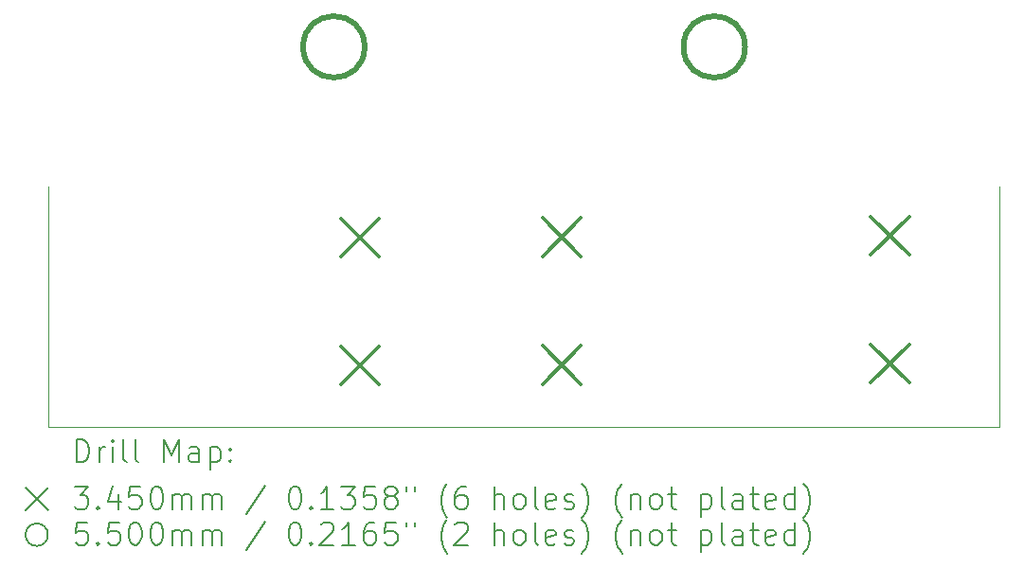
<source format=gbr>
%FSLAX45Y45*%
G04 Gerber Fmt 4.5, Leading zero omitted, Abs format (unit mm)*
G04 Created by KiCad (PCBNEW (5.99.0-12896-g1860893d63)) date 2021-12-10 21:36:47*
%MOMM*%
%LPD*%
G01*
G04 APERTURE LIST*
%TA.AperFunction,Profile*%
%ADD10C,0.120000*%
%TD*%
%ADD11C,0.200000*%
%ADD12C,0.345000*%
%ADD13C,0.550000*%
G04 APERTURE END LIST*
D10*
X9059600Y-8200000D02*
X17559600Y-8200000D01*
X9059600Y-6052600D02*
X9059600Y-8200000D01*
X17559600Y-6052600D02*
X17559600Y-8200000D01*
D11*
D12*
X11669300Y-6337280D02*
X12014300Y-6682280D01*
X12014300Y-6337280D02*
X11669300Y-6682280D01*
X11669300Y-7480280D02*
X12014300Y-7825280D01*
X12014300Y-7480280D02*
X11669300Y-7825280D01*
X13472700Y-6332680D02*
X13817700Y-6677680D01*
X13817700Y-6332680D02*
X13472700Y-6677680D01*
X13472700Y-7475680D02*
X13817700Y-7820680D01*
X13817700Y-7475680D02*
X13472700Y-7820680D01*
X16406400Y-6319500D02*
X16751400Y-6664500D01*
X16751400Y-6319500D02*
X16406400Y-6664500D01*
X16406400Y-7462500D02*
X16751400Y-7807500D01*
X16751400Y-7462500D02*
X16406400Y-7807500D01*
D13*
X11884600Y-4802600D02*
G75*
G03*
X11884600Y-4802600I-275000J0D01*
G01*
X15284600Y-4802600D02*
G75*
G03*
X15284600Y-4802600I-275000J0D01*
G01*
D11*
X9311219Y-8516476D02*
X9311219Y-8316476D01*
X9358838Y-8316476D01*
X9387410Y-8326000D01*
X9406457Y-8345048D01*
X9415981Y-8364095D01*
X9425505Y-8402190D01*
X9425505Y-8430762D01*
X9415981Y-8468857D01*
X9406457Y-8487905D01*
X9387410Y-8506952D01*
X9358838Y-8516476D01*
X9311219Y-8516476D01*
X9511219Y-8516476D02*
X9511219Y-8383143D01*
X9511219Y-8421238D02*
X9520743Y-8402190D01*
X9530267Y-8392667D01*
X9549314Y-8383143D01*
X9568362Y-8383143D01*
X9635029Y-8516476D02*
X9635029Y-8383143D01*
X9635029Y-8316476D02*
X9625505Y-8326000D01*
X9635029Y-8335524D01*
X9644552Y-8326000D01*
X9635029Y-8316476D01*
X9635029Y-8335524D01*
X9758838Y-8516476D02*
X9739790Y-8506952D01*
X9730267Y-8487905D01*
X9730267Y-8316476D01*
X9863600Y-8516476D02*
X9844552Y-8506952D01*
X9835029Y-8487905D01*
X9835029Y-8316476D01*
X10092171Y-8516476D02*
X10092171Y-8316476D01*
X10158838Y-8459333D01*
X10225505Y-8316476D01*
X10225505Y-8516476D01*
X10406457Y-8516476D02*
X10406457Y-8411714D01*
X10396933Y-8392667D01*
X10377886Y-8383143D01*
X10339790Y-8383143D01*
X10320743Y-8392667D01*
X10406457Y-8506952D02*
X10387410Y-8516476D01*
X10339790Y-8516476D01*
X10320743Y-8506952D01*
X10311219Y-8487905D01*
X10311219Y-8468857D01*
X10320743Y-8449810D01*
X10339790Y-8440286D01*
X10387410Y-8440286D01*
X10406457Y-8430762D01*
X10501695Y-8383143D02*
X10501695Y-8583143D01*
X10501695Y-8392667D02*
X10520743Y-8383143D01*
X10558838Y-8383143D01*
X10577886Y-8392667D01*
X10587410Y-8402190D01*
X10596933Y-8421238D01*
X10596933Y-8478381D01*
X10587410Y-8497429D01*
X10577886Y-8506952D01*
X10558838Y-8516476D01*
X10520743Y-8516476D01*
X10501695Y-8506952D01*
X10682648Y-8497429D02*
X10692171Y-8506952D01*
X10682648Y-8516476D01*
X10673124Y-8506952D01*
X10682648Y-8497429D01*
X10682648Y-8516476D01*
X10682648Y-8392667D02*
X10692171Y-8402190D01*
X10682648Y-8411714D01*
X10673124Y-8402190D01*
X10682648Y-8392667D01*
X10682648Y-8411714D01*
X8853600Y-8746000D02*
X9053600Y-8946000D01*
X9053600Y-8746000D02*
X8853600Y-8946000D01*
X9292171Y-8736476D02*
X9415981Y-8736476D01*
X9349314Y-8812667D01*
X9377886Y-8812667D01*
X9396933Y-8822190D01*
X9406457Y-8831714D01*
X9415981Y-8850762D01*
X9415981Y-8898381D01*
X9406457Y-8917429D01*
X9396933Y-8926952D01*
X9377886Y-8936476D01*
X9320743Y-8936476D01*
X9301695Y-8926952D01*
X9292171Y-8917429D01*
X9501695Y-8917429D02*
X9511219Y-8926952D01*
X9501695Y-8936476D01*
X9492171Y-8926952D01*
X9501695Y-8917429D01*
X9501695Y-8936476D01*
X9682648Y-8803143D02*
X9682648Y-8936476D01*
X9635029Y-8726952D02*
X9587410Y-8869810D01*
X9711219Y-8869810D01*
X9882648Y-8736476D02*
X9787410Y-8736476D01*
X9777886Y-8831714D01*
X9787410Y-8822190D01*
X9806457Y-8812667D01*
X9854076Y-8812667D01*
X9873124Y-8822190D01*
X9882648Y-8831714D01*
X9892171Y-8850762D01*
X9892171Y-8898381D01*
X9882648Y-8917429D01*
X9873124Y-8926952D01*
X9854076Y-8936476D01*
X9806457Y-8936476D01*
X9787410Y-8926952D01*
X9777886Y-8917429D01*
X10015981Y-8736476D02*
X10035029Y-8736476D01*
X10054076Y-8746000D01*
X10063600Y-8755524D01*
X10073124Y-8774571D01*
X10082648Y-8812667D01*
X10082648Y-8860286D01*
X10073124Y-8898381D01*
X10063600Y-8917429D01*
X10054076Y-8926952D01*
X10035029Y-8936476D01*
X10015981Y-8936476D01*
X9996933Y-8926952D01*
X9987410Y-8917429D01*
X9977886Y-8898381D01*
X9968362Y-8860286D01*
X9968362Y-8812667D01*
X9977886Y-8774571D01*
X9987410Y-8755524D01*
X9996933Y-8746000D01*
X10015981Y-8736476D01*
X10168362Y-8936476D02*
X10168362Y-8803143D01*
X10168362Y-8822190D02*
X10177886Y-8812667D01*
X10196933Y-8803143D01*
X10225505Y-8803143D01*
X10244552Y-8812667D01*
X10254076Y-8831714D01*
X10254076Y-8936476D01*
X10254076Y-8831714D02*
X10263600Y-8812667D01*
X10282648Y-8803143D01*
X10311219Y-8803143D01*
X10330267Y-8812667D01*
X10339790Y-8831714D01*
X10339790Y-8936476D01*
X10435029Y-8936476D02*
X10435029Y-8803143D01*
X10435029Y-8822190D02*
X10444552Y-8812667D01*
X10463600Y-8803143D01*
X10492171Y-8803143D01*
X10511219Y-8812667D01*
X10520743Y-8831714D01*
X10520743Y-8936476D01*
X10520743Y-8831714D02*
X10530267Y-8812667D01*
X10549314Y-8803143D01*
X10577886Y-8803143D01*
X10596933Y-8812667D01*
X10606457Y-8831714D01*
X10606457Y-8936476D01*
X10996933Y-8726952D02*
X10825505Y-8984095D01*
X11254076Y-8736476D02*
X11273124Y-8736476D01*
X11292171Y-8746000D01*
X11301695Y-8755524D01*
X11311219Y-8774571D01*
X11320743Y-8812667D01*
X11320743Y-8860286D01*
X11311219Y-8898381D01*
X11301695Y-8917429D01*
X11292171Y-8926952D01*
X11273124Y-8936476D01*
X11254076Y-8936476D01*
X11235028Y-8926952D01*
X11225505Y-8917429D01*
X11215981Y-8898381D01*
X11206457Y-8860286D01*
X11206457Y-8812667D01*
X11215981Y-8774571D01*
X11225505Y-8755524D01*
X11235028Y-8746000D01*
X11254076Y-8736476D01*
X11406457Y-8917429D02*
X11415981Y-8926952D01*
X11406457Y-8936476D01*
X11396933Y-8926952D01*
X11406457Y-8917429D01*
X11406457Y-8936476D01*
X11606457Y-8936476D02*
X11492171Y-8936476D01*
X11549314Y-8936476D02*
X11549314Y-8736476D01*
X11530267Y-8765048D01*
X11511219Y-8784095D01*
X11492171Y-8793619D01*
X11673124Y-8736476D02*
X11796933Y-8736476D01*
X11730267Y-8812667D01*
X11758838Y-8812667D01*
X11777886Y-8822190D01*
X11787409Y-8831714D01*
X11796933Y-8850762D01*
X11796933Y-8898381D01*
X11787409Y-8917429D01*
X11777886Y-8926952D01*
X11758838Y-8936476D01*
X11701695Y-8936476D01*
X11682648Y-8926952D01*
X11673124Y-8917429D01*
X11977886Y-8736476D02*
X11882648Y-8736476D01*
X11873124Y-8831714D01*
X11882648Y-8822190D01*
X11901695Y-8812667D01*
X11949314Y-8812667D01*
X11968362Y-8822190D01*
X11977886Y-8831714D01*
X11987409Y-8850762D01*
X11987409Y-8898381D01*
X11977886Y-8917429D01*
X11968362Y-8926952D01*
X11949314Y-8936476D01*
X11901695Y-8936476D01*
X11882648Y-8926952D01*
X11873124Y-8917429D01*
X12101695Y-8822190D02*
X12082648Y-8812667D01*
X12073124Y-8803143D01*
X12063600Y-8784095D01*
X12063600Y-8774571D01*
X12073124Y-8755524D01*
X12082648Y-8746000D01*
X12101695Y-8736476D01*
X12139790Y-8736476D01*
X12158838Y-8746000D01*
X12168362Y-8755524D01*
X12177886Y-8774571D01*
X12177886Y-8784095D01*
X12168362Y-8803143D01*
X12158838Y-8812667D01*
X12139790Y-8822190D01*
X12101695Y-8822190D01*
X12082648Y-8831714D01*
X12073124Y-8841238D01*
X12063600Y-8860286D01*
X12063600Y-8898381D01*
X12073124Y-8917429D01*
X12082648Y-8926952D01*
X12101695Y-8936476D01*
X12139790Y-8936476D01*
X12158838Y-8926952D01*
X12168362Y-8917429D01*
X12177886Y-8898381D01*
X12177886Y-8860286D01*
X12168362Y-8841238D01*
X12158838Y-8831714D01*
X12139790Y-8822190D01*
X12254076Y-8736476D02*
X12254076Y-8774571D01*
X12330267Y-8736476D02*
X12330267Y-8774571D01*
X12625505Y-9012667D02*
X12615981Y-9003143D01*
X12596933Y-8974571D01*
X12587409Y-8955524D01*
X12577886Y-8926952D01*
X12568362Y-8879333D01*
X12568362Y-8841238D01*
X12577886Y-8793619D01*
X12587409Y-8765048D01*
X12596933Y-8746000D01*
X12615981Y-8717429D01*
X12625505Y-8707905D01*
X12787409Y-8736476D02*
X12749314Y-8736476D01*
X12730267Y-8746000D01*
X12720743Y-8755524D01*
X12701695Y-8784095D01*
X12692171Y-8822190D01*
X12692171Y-8898381D01*
X12701695Y-8917429D01*
X12711219Y-8926952D01*
X12730267Y-8936476D01*
X12768362Y-8936476D01*
X12787409Y-8926952D01*
X12796933Y-8917429D01*
X12806457Y-8898381D01*
X12806457Y-8850762D01*
X12796933Y-8831714D01*
X12787409Y-8822190D01*
X12768362Y-8812667D01*
X12730267Y-8812667D01*
X12711219Y-8822190D01*
X12701695Y-8831714D01*
X12692171Y-8850762D01*
X13044552Y-8936476D02*
X13044552Y-8736476D01*
X13130267Y-8936476D02*
X13130267Y-8831714D01*
X13120743Y-8812667D01*
X13101695Y-8803143D01*
X13073124Y-8803143D01*
X13054076Y-8812667D01*
X13044552Y-8822190D01*
X13254076Y-8936476D02*
X13235028Y-8926952D01*
X13225505Y-8917429D01*
X13215981Y-8898381D01*
X13215981Y-8841238D01*
X13225505Y-8822190D01*
X13235028Y-8812667D01*
X13254076Y-8803143D01*
X13282648Y-8803143D01*
X13301695Y-8812667D01*
X13311219Y-8822190D01*
X13320743Y-8841238D01*
X13320743Y-8898381D01*
X13311219Y-8917429D01*
X13301695Y-8926952D01*
X13282648Y-8936476D01*
X13254076Y-8936476D01*
X13435028Y-8936476D02*
X13415981Y-8926952D01*
X13406457Y-8907905D01*
X13406457Y-8736476D01*
X13587409Y-8926952D02*
X13568362Y-8936476D01*
X13530267Y-8936476D01*
X13511219Y-8926952D01*
X13501695Y-8907905D01*
X13501695Y-8831714D01*
X13511219Y-8812667D01*
X13530267Y-8803143D01*
X13568362Y-8803143D01*
X13587409Y-8812667D01*
X13596933Y-8831714D01*
X13596933Y-8850762D01*
X13501695Y-8869810D01*
X13673124Y-8926952D02*
X13692171Y-8936476D01*
X13730267Y-8936476D01*
X13749314Y-8926952D01*
X13758838Y-8907905D01*
X13758838Y-8898381D01*
X13749314Y-8879333D01*
X13730267Y-8869810D01*
X13701695Y-8869810D01*
X13682648Y-8860286D01*
X13673124Y-8841238D01*
X13673124Y-8831714D01*
X13682648Y-8812667D01*
X13701695Y-8803143D01*
X13730267Y-8803143D01*
X13749314Y-8812667D01*
X13825505Y-9012667D02*
X13835028Y-9003143D01*
X13854076Y-8974571D01*
X13863600Y-8955524D01*
X13873124Y-8926952D01*
X13882648Y-8879333D01*
X13882648Y-8841238D01*
X13873124Y-8793619D01*
X13863600Y-8765048D01*
X13854076Y-8746000D01*
X13835028Y-8717429D01*
X13825505Y-8707905D01*
X14187409Y-9012667D02*
X14177886Y-9003143D01*
X14158838Y-8974571D01*
X14149314Y-8955524D01*
X14139790Y-8926952D01*
X14130267Y-8879333D01*
X14130267Y-8841238D01*
X14139790Y-8793619D01*
X14149314Y-8765048D01*
X14158838Y-8746000D01*
X14177886Y-8717429D01*
X14187409Y-8707905D01*
X14263600Y-8803143D02*
X14263600Y-8936476D01*
X14263600Y-8822190D02*
X14273124Y-8812667D01*
X14292171Y-8803143D01*
X14320743Y-8803143D01*
X14339790Y-8812667D01*
X14349314Y-8831714D01*
X14349314Y-8936476D01*
X14473124Y-8936476D02*
X14454076Y-8926952D01*
X14444552Y-8917429D01*
X14435028Y-8898381D01*
X14435028Y-8841238D01*
X14444552Y-8822190D01*
X14454076Y-8812667D01*
X14473124Y-8803143D01*
X14501695Y-8803143D01*
X14520743Y-8812667D01*
X14530267Y-8822190D01*
X14539790Y-8841238D01*
X14539790Y-8898381D01*
X14530267Y-8917429D01*
X14520743Y-8926952D01*
X14501695Y-8936476D01*
X14473124Y-8936476D01*
X14596933Y-8803143D02*
X14673124Y-8803143D01*
X14625505Y-8736476D02*
X14625505Y-8907905D01*
X14635028Y-8926952D01*
X14654076Y-8936476D01*
X14673124Y-8936476D01*
X14892171Y-8803143D02*
X14892171Y-9003143D01*
X14892171Y-8812667D02*
X14911219Y-8803143D01*
X14949314Y-8803143D01*
X14968362Y-8812667D01*
X14977886Y-8822190D01*
X14987409Y-8841238D01*
X14987409Y-8898381D01*
X14977886Y-8917429D01*
X14968362Y-8926952D01*
X14949314Y-8936476D01*
X14911219Y-8936476D01*
X14892171Y-8926952D01*
X15101695Y-8936476D02*
X15082648Y-8926952D01*
X15073124Y-8907905D01*
X15073124Y-8736476D01*
X15263600Y-8936476D02*
X15263600Y-8831714D01*
X15254076Y-8812667D01*
X15235028Y-8803143D01*
X15196933Y-8803143D01*
X15177886Y-8812667D01*
X15263600Y-8926952D02*
X15244552Y-8936476D01*
X15196933Y-8936476D01*
X15177886Y-8926952D01*
X15168362Y-8907905D01*
X15168362Y-8888857D01*
X15177886Y-8869810D01*
X15196933Y-8860286D01*
X15244552Y-8860286D01*
X15263600Y-8850762D01*
X15330267Y-8803143D02*
X15406457Y-8803143D01*
X15358838Y-8736476D02*
X15358838Y-8907905D01*
X15368362Y-8926952D01*
X15387409Y-8936476D01*
X15406457Y-8936476D01*
X15549314Y-8926952D02*
X15530267Y-8936476D01*
X15492171Y-8936476D01*
X15473124Y-8926952D01*
X15463600Y-8907905D01*
X15463600Y-8831714D01*
X15473124Y-8812667D01*
X15492171Y-8803143D01*
X15530267Y-8803143D01*
X15549314Y-8812667D01*
X15558838Y-8831714D01*
X15558838Y-8850762D01*
X15463600Y-8869810D01*
X15730267Y-8936476D02*
X15730267Y-8736476D01*
X15730267Y-8926952D02*
X15711219Y-8936476D01*
X15673124Y-8936476D01*
X15654076Y-8926952D01*
X15644552Y-8917429D01*
X15635028Y-8898381D01*
X15635028Y-8841238D01*
X15644552Y-8822190D01*
X15654076Y-8812667D01*
X15673124Y-8803143D01*
X15711219Y-8803143D01*
X15730267Y-8812667D01*
X15806457Y-9012667D02*
X15815981Y-9003143D01*
X15835028Y-8974571D01*
X15844552Y-8955524D01*
X15854076Y-8926952D01*
X15863600Y-8879333D01*
X15863600Y-8841238D01*
X15854076Y-8793619D01*
X15844552Y-8765048D01*
X15835028Y-8746000D01*
X15815981Y-8717429D01*
X15806457Y-8707905D01*
X9053600Y-9166000D02*
G75*
G03*
X9053600Y-9166000I-100000J0D01*
G01*
X9406457Y-9056476D02*
X9311219Y-9056476D01*
X9301695Y-9151714D01*
X9311219Y-9142190D01*
X9330267Y-9132667D01*
X9377886Y-9132667D01*
X9396933Y-9142190D01*
X9406457Y-9151714D01*
X9415981Y-9170762D01*
X9415981Y-9218381D01*
X9406457Y-9237429D01*
X9396933Y-9246952D01*
X9377886Y-9256476D01*
X9330267Y-9256476D01*
X9311219Y-9246952D01*
X9301695Y-9237429D01*
X9501695Y-9237429D02*
X9511219Y-9246952D01*
X9501695Y-9256476D01*
X9492171Y-9246952D01*
X9501695Y-9237429D01*
X9501695Y-9256476D01*
X9692171Y-9056476D02*
X9596933Y-9056476D01*
X9587410Y-9151714D01*
X9596933Y-9142190D01*
X9615981Y-9132667D01*
X9663600Y-9132667D01*
X9682648Y-9142190D01*
X9692171Y-9151714D01*
X9701695Y-9170762D01*
X9701695Y-9218381D01*
X9692171Y-9237429D01*
X9682648Y-9246952D01*
X9663600Y-9256476D01*
X9615981Y-9256476D01*
X9596933Y-9246952D01*
X9587410Y-9237429D01*
X9825505Y-9056476D02*
X9844552Y-9056476D01*
X9863600Y-9066000D01*
X9873124Y-9075524D01*
X9882648Y-9094571D01*
X9892171Y-9132667D01*
X9892171Y-9180286D01*
X9882648Y-9218381D01*
X9873124Y-9237429D01*
X9863600Y-9246952D01*
X9844552Y-9256476D01*
X9825505Y-9256476D01*
X9806457Y-9246952D01*
X9796933Y-9237429D01*
X9787410Y-9218381D01*
X9777886Y-9180286D01*
X9777886Y-9132667D01*
X9787410Y-9094571D01*
X9796933Y-9075524D01*
X9806457Y-9066000D01*
X9825505Y-9056476D01*
X10015981Y-9056476D02*
X10035029Y-9056476D01*
X10054076Y-9066000D01*
X10063600Y-9075524D01*
X10073124Y-9094571D01*
X10082648Y-9132667D01*
X10082648Y-9180286D01*
X10073124Y-9218381D01*
X10063600Y-9237429D01*
X10054076Y-9246952D01*
X10035029Y-9256476D01*
X10015981Y-9256476D01*
X9996933Y-9246952D01*
X9987410Y-9237429D01*
X9977886Y-9218381D01*
X9968362Y-9180286D01*
X9968362Y-9132667D01*
X9977886Y-9094571D01*
X9987410Y-9075524D01*
X9996933Y-9066000D01*
X10015981Y-9056476D01*
X10168362Y-9256476D02*
X10168362Y-9123143D01*
X10168362Y-9142190D02*
X10177886Y-9132667D01*
X10196933Y-9123143D01*
X10225505Y-9123143D01*
X10244552Y-9132667D01*
X10254076Y-9151714D01*
X10254076Y-9256476D01*
X10254076Y-9151714D02*
X10263600Y-9132667D01*
X10282648Y-9123143D01*
X10311219Y-9123143D01*
X10330267Y-9132667D01*
X10339790Y-9151714D01*
X10339790Y-9256476D01*
X10435029Y-9256476D02*
X10435029Y-9123143D01*
X10435029Y-9142190D02*
X10444552Y-9132667D01*
X10463600Y-9123143D01*
X10492171Y-9123143D01*
X10511219Y-9132667D01*
X10520743Y-9151714D01*
X10520743Y-9256476D01*
X10520743Y-9151714D02*
X10530267Y-9132667D01*
X10549314Y-9123143D01*
X10577886Y-9123143D01*
X10596933Y-9132667D01*
X10606457Y-9151714D01*
X10606457Y-9256476D01*
X10996933Y-9046952D02*
X10825505Y-9304095D01*
X11254076Y-9056476D02*
X11273124Y-9056476D01*
X11292171Y-9066000D01*
X11301695Y-9075524D01*
X11311219Y-9094571D01*
X11320743Y-9132667D01*
X11320743Y-9180286D01*
X11311219Y-9218381D01*
X11301695Y-9237429D01*
X11292171Y-9246952D01*
X11273124Y-9256476D01*
X11254076Y-9256476D01*
X11235028Y-9246952D01*
X11225505Y-9237429D01*
X11215981Y-9218381D01*
X11206457Y-9180286D01*
X11206457Y-9132667D01*
X11215981Y-9094571D01*
X11225505Y-9075524D01*
X11235028Y-9066000D01*
X11254076Y-9056476D01*
X11406457Y-9237429D02*
X11415981Y-9246952D01*
X11406457Y-9256476D01*
X11396933Y-9246952D01*
X11406457Y-9237429D01*
X11406457Y-9256476D01*
X11492171Y-9075524D02*
X11501695Y-9066000D01*
X11520743Y-9056476D01*
X11568362Y-9056476D01*
X11587409Y-9066000D01*
X11596933Y-9075524D01*
X11606457Y-9094571D01*
X11606457Y-9113619D01*
X11596933Y-9142190D01*
X11482648Y-9256476D01*
X11606457Y-9256476D01*
X11796933Y-9256476D02*
X11682648Y-9256476D01*
X11739790Y-9256476D02*
X11739790Y-9056476D01*
X11720743Y-9085048D01*
X11701695Y-9104095D01*
X11682648Y-9113619D01*
X11968362Y-9056476D02*
X11930267Y-9056476D01*
X11911219Y-9066000D01*
X11901695Y-9075524D01*
X11882648Y-9104095D01*
X11873124Y-9142190D01*
X11873124Y-9218381D01*
X11882648Y-9237429D01*
X11892171Y-9246952D01*
X11911219Y-9256476D01*
X11949314Y-9256476D01*
X11968362Y-9246952D01*
X11977886Y-9237429D01*
X11987409Y-9218381D01*
X11987409Y-9170762D01*
X11977886Y-9151714D01*
X11968362Y-9142190D01*
X11949314Y-9132667D01*
X11911219Y-9132667D01*
X11892171Y-9142190D01*
X11882648Y-9151714D01*
X11873124Y-9170762D01*
X12168362Y-9056476D02*
X12073124Y-9056476D01*
X12063600Y-9151714D01*
X12073124Y-9142190D01*
X12092171Y-9132667D01*
X12139790Y-9132667D01*
X12158838Y-9142190D01*
X12168362Y-9151714D01*
X12177886Y-9170762D01*
X12177886Y-9218381D01*
X12168362Y-9237429D01*
X12158838Y-9246952D01*
X12139790Y-9256476D01*
X12092171Y-9256476D01*
X12073124Y-9246952D01*
X12063600Y-9237429D01*
X12254076Y-9056476D02*
X12254076Y-9094571D01*
X12330267Y-9056476D02*
X12330267Y-9094571D01*
X12625505Y-9332667D02*
X12615981Y-9323143D01*
X12596933Y-9294571D01*
X12587409Y-9275524D01*
X12577886Y-9246952D01*
X12568362Y-9199333D01*
X12568362Y-9161238D01*
X12577886Y-9113619D01*
X12587409Y-9085048D01*
X12596933Y-9066000D01*
X12615981Y-9037429D01*
X12625505Y-9027905D01*
X12692171Y-9075524D02*
X12701695Y-9066000D01*
X12720743Y-9056476D01*
X12768362Y-9056476D01*
X12787409Y-9066000D01*
X12796933Y-9075524D01*
X12806457Y-9094571D01*
X12806457Y-9113619D01*
X12796933Y-9142190D01*
X12682648Y-9256476D01*
X12806457Y-9256476D01*
X13044552Y-9256476D02*
X13044552Y-9056476D01*
X13130267Y-9256476D02*
X13130267Y-9151714D01*
X13120743Y-9132667D01*
X13101695Y-9123143D01*
X13073124Y-9123143D01*
X13054076Y-9132667D01*
X13044552Y-9142190D01*
X13254076Y-9256476D02*
X13235028Y-9246952D01*
X13225505Y-9237429D01*
X13215981Y-9218381D01*
X13215981Y-9161238D01*
X13225505Y-9142190D01*
X13235028Y-9132667D01*
X13254076Y-9123143D01*
X13282648Y-9123143D01*
X13301695Y-9132667D01*
X13311219Y-9142190D01*
X13320743Y-9161238D01*
X13320743Y-9218381D01*
X13311219Y-9237429D01*
X13301695Y-9246952D01*
X13282648Y-9256476D01*
X13254076Y-9256476D01*
X13435028Y-9256476D02*
X13415981Y-9246952D01*
X13406457Y-9227905D01*
X13406457Y-9056476D01*
X13587409Y-9246952D02*
X13568362Y-9256476D01*
X13530267Y-9256476D01*
X13511219Y-9246952D01*
X13501695Y-9227905D01*
X13501695Y-9151714D01*
X13511219Y-9132667D01*
X13530267Y-9123143D01*
X13568362Y-9123143D01*
X13587409Y-9132667D01*
X13596933Y-9151714D01*
X13596933Y-9170762D01*
X13501695Y-9189810D01*
X13673124Y-9246952D02*
X13692171Y-9256476D01*
X13730267Y-9256476D01*
X13749314Y-9246952D01*
X13758838Y-9227905D01*
X13758838Y-9218381D01*
X13749314Y-9199333D01*
X13730267Y-9189810D01*
X13701695Y-9189810D01*
X13682648Y-9180286D01*
X13673124Y-9161238D01*
X13673124Y-9151714D01*
X13682648Y-9132667D01*
X13701695Y-9123143D01*
X13730267Y-9123143D01*
X13749314Y-9132667D01*
X13825505Y-9332667D02*
X13835028Y-9323143D01*
X13854076Y-9294571D01*
X13863600Y-9275524D01*
X13873124Y-9246952D01*
X13882648Y-9199333D01*
X13882648Y-9161238D01*
X13873124Y-9113619D01*
X13863600Y-9085048D01*
X13854076Y-9066000D01*
X13835028Y-9037429D01*
X13825505Y-9027905D01*
X14187409Y-9332667D02*
X14177886Y-9323143D01*
X14158838Y-9294571D01*
X14149314Y-9275524D01*
X14139790Y-9246952D01*
X14130267Y-9199333D01*
X14130267Y-9161238D01*
X14139790Y-9113619D01*
X14149314Y-9085048D01*
X14158838Y-9066000D01*
X14177886Y-9037429D01*
X14187409Y-9027905D01*
X14263600Y-9123143D02*
X14263600Y-9256476D01*
X14263600Y-9142190D02*
X14273124Y-9132667D01*
X14292171Y-9123143D01*
X14320743Y-9123143D01*
X14339790Y-9132667D01*
X14349314Y-9151714D01*
X14349314Y-9256476D01*
X14473124Y-9256476D02*
X14454076Y-9246952D01*
X14444552Y-9237429D01*
X14435028Y-9218381D01*
X14435028Y-9161238D01*
X14444552Y-9142190D01*
X14454076Y-9132667D01*
X14473124Y-9123143D01*
X14501695Y-9123143D01*
X14520743Y-9132667D01*
X14530267Y-9142190D01*
X14539790Y-9161238D01*
X14539790Y-9218381D01*
X14530267Y-9237429D01*
X14520743Y-9246952D01*
X14501695Y-9256476D01*
X14473124Y-9256476D01*
X14596933Y-9123143D02*
X14673124Y-9123143D01*
X14625505Y-9056476D02*
X14625505Y-9227905D01*
X14635028Y-9246952D01*
X14654076Y-9256476D01*
X14673124Y-9256476D01*
X14892171Y-9123143D02*
X14892171Y-9323143D01*
X14892171Y-9132667D02*
X14911219Y-9123143D01*
X14949314Y-9123143D01*
X14968362Y-9132667D01*
X14977886Y-9142190D01*
X14987409Y-9161238D01*
X14987409Y-9218381D01*
X14977886Y-9237429D01*
X14968362Y-9246952D01*
X14949314Y-9256476D01*
X14911219Y-9256476D01*
X14892171Y-9246952D01*
X15101695Y-9256476D02*
X15082648Y-9246952D01*
X15073124Y-9227905D01*
X15073124Y-9056476D01*
X15263600Y-9256476D02*
X15263600Y-9151714D01*
X15254076Y-9132667D01*
X15235028Y-9123143D01*
X15196933Y-9123143D01*
X15177886Y-9132667D01*
X15263600Y-9246952D02*
X15244552Y-9256476D01*
X15196933Y-9256476D01*
X15177886Y-9246952D01*
X15168362Y-9227905D01*
X15168362Y-9208857D01*
X15177886Y-9189810D01*
X15196933Y-9180286D01*
X15244552Y-9180286D01*
X15263600Y-9170762D01*
X15330267Y-9123143D02*
X15406457Y-9123143D01*
X15358838Y-9056476D02*
X15358838Y-9227905D01*
X15368362Y-9246952D01*
X15387409Y-9256476D01*
X15406457Y-9256476D01*
X15549314Y-9246952D02*
X15530267Y-9256476D01*
X15492171Y-9256476D01*
X15473124Y-9246952D01*
X15463600Y-9227905D01*
X15463600Y-9151714D01*
X15473124Y-9132667D01*
X15492171Y-9123143D01*
X15530267Y-9123143D01*
X15549314Y-9132667D01*
X15558838Y-9151714D01*
X15558838Y-9170762D01*
X15463600Y-9189810D01*
X15730267Y-9256476D02*
X15730267Y-9056476D01*
X15730267Y-9246952D02*
X15711219Y-9256476D01*
X15673124Y-9256476D01*
X15654076Y-9246952D01*
X15644552Y-9237429D01*
X15635028Y-9218381D01*
X15635028Y-9161238D01*
X15644552Y-9142190D01*
X15654076Y-9132667D01*
X15673124Y-9123143D01*
X15711219Y-9123143D01*
X15730267Y-9132667D01*
X15806457Y-9332667D02*
X15815981Y-9323143D01*
X15835028Y-9294571D01*
X15844552Y-9275524D01*
X15854076Y-9246952D01*
X15863600Y-9199333D01*
X15863600Y-9161238D01*
X15854076Y-9113619D01*
X15844552Y-9085048D01*
X15835028Y-9066000D01*
X15815981Y-9037429D01*
X15806457Y-9027905D01*
M02*

</source>
